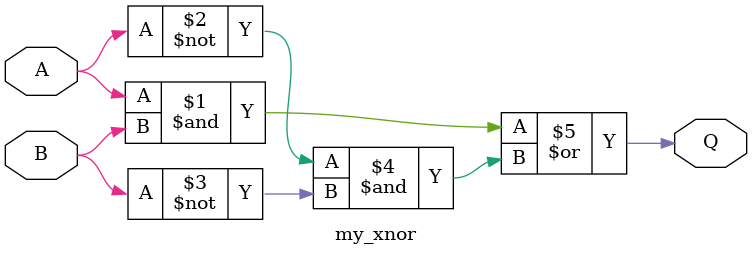
<source format=v>
module my_xnor (A, B, Q);

  input A, B;
  output  Q;

  assign Q = (A & B) | (~A & ~B);

endmodule

</source>
